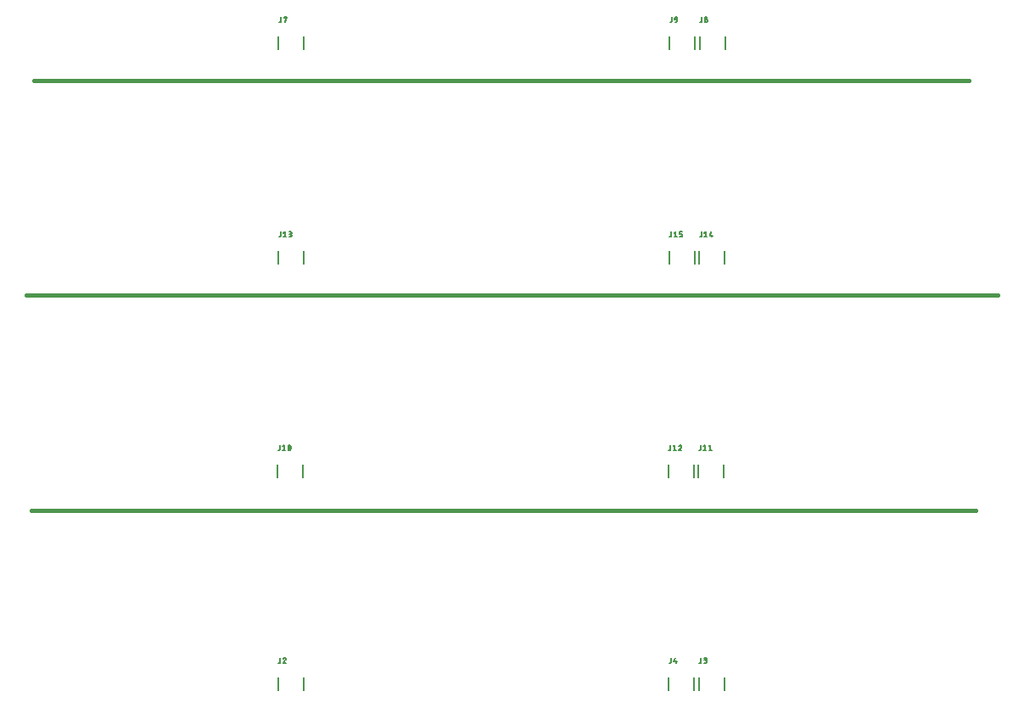
<source format=gbr>
G04 EAGLE Gerber X2 export*
%TF.Part,Single*%
%TF.FileFunction,Legend,Top,1*%
%TF.FilePolarity,Positive*%
%TF.GenerationSoftware,Autodesk,EAGLE,9.2.2*%
%TF.CreationDate,2019-01-20T22:14:07Z*%
G75*
%MOMM*%
%FSLAX34Y34*%
%LPD*%
%INSilkscreen Top*%
%AMOC8*
5,1,8,0,0,1.08239X$1,22.5*%
G01*
%ADD10C,0.406400*%
%ADD11C,0.203200*%
%ADD12C,0.127000*%


D10*
X14090Y792635D02*
X947129Y792635D01*
X975305Y578028D02*
X6262Y578028D01*
X10959Y363421D02*
X953387Y363421D01*
D11*
X257300Y196350D02*
X257300Y183650D01*
X282700Y183650D02*
X282700Y196350D01*
D12*
X259544Y212027D02*
X259544Y215781D01*
X259543Y212027D02*
X259541Y211962D01*
X259535Y211898D01*
X259525Y211834D01*
X259512Y211770D01*
X259494Y211708D01*
X259473Y211647D01*
X259449Y211587D01*
X259420Y211529D01*
X259388Y211472D01*
X259353Y211418D01*
X259315Y211366D01*
X259273Y211316D01*
X259229Y211269D01*
X259182Y211225D01*
X259132Y211183D01*
X259080Y211145D01*
X259026Y211110D01*
X258969Y211078D01*
X258911Y211049D01*
X258851Y211025D01*
X258790Y211004D01*
X258728Y210986D01*
X258664Y210973D01*
X258600Y210963D01*
X258536Y210957D01*
X258471Y210955D01*
X257935Y210955D01*
X263966Y215781D02*
X264034Y215779D01*
X264101Y215773D01*
X264168Y215764D01*
X264235Y215751D01*
X264300Y215734D01*
X264365Y215713D01*
X264428Y215689D01*
X264490Y215661D01*
X264550Y215630D01*
X264608Y215596D01*
X264664Y215558D01*
X264719Y215518D01*
X264770Y215474D01*
X264819Y215427D01*
X264866Y215378D01*
X264910Y215327D01*
X264950Y215272D01*
X264988Y215216D01*
X265022Y215158D01*
X265053Y215098D01*
X265081Y215036D01*
X265105Y214973D01*
X265126Y214908D01*
X265143Y214843D01*
X265156Y214776D01*
X265165Y214709D01*
X265171Y214642D01*
X265173Y214574D01*
X263966Y215781D02*
X263888Y215779D01*
X263810Y215773D01*
X263733Y215763D01*
X263656Y215750D01*
X263580Y215732D01*
X263505Y215711D01*
X263431Y215686D01*
X263359Y215657D01*
X263288Y215625D01*
X263219Y215589D01*
X263151Y215550D01*
X263086Y215507D01*
X263023Y215461D01*
X262962Y215412D01*
X262904Y215360D01*
X262849Y215305D01*
X262796Y215248D01*
X262747Y215188D01*
X262700Y215125D01*
X262657Y215061D01*
X262617Y214994D01*
X262580Y214925D01*
X262547Y214854D01*
X262517Y214782D01*
X262491Y214709D01*
X264771Y213636D02*
X264820Y213685D01*
X264867Y213737D01*
X264910Y213792D01*
X264951Y213849D01*
X264989Y213908D01*
X265023Y213969D01*
X265054Y214032D01*
X265082Y214096D01*
X265106Y214162D01*
X265126Y214228D01*
X265143Y214296D01*
X265156Y214365D01*
X265165Y214434D01*
X265171Y214504D01*
X265173Y214574D01*
X264771Y213636D02*
X262492Y210955D01*
X265173Y210955D01*
D11*
X677300Y196350D02*
X677300Y183650D01*
X702700Y183650D02*
X702700Y196350D01*
D12*
X679544Y212027D02*
X679544Y215781D01*
X679543Y212027D02*
X679541Y211962D01*
X679535Y211898D01*
X679525Y211834D01*
X679512Y211770D01*
X679494Y211708D01*
X679473Y211647D01*
X679449Y211587D01*
X679420Y211529D01*
X679388Y211472D01*
X679353Y211418D01*
X679315Y211366D01*
X679273Y211316D01*
X679229Y211269D01*
X679182Y211225D01*
X679132Y211183D01*
X679080Y211145D01*
X679026Y211110D01*
X678969Y211078D01*
X678911Y211049D01*
X678851Y211025D01*
X678790Y211004D01*
X678728Y210986D01*
X678664Y210973D01*
X678600Y210963D01*
X678536Y210957D01*
X678471Y210955D01*
X677935Y210955D01*
X682492Y210955D02*
X683832Y210955D01*
X683903Y210957D01*
X683975Y210963D01*
X684045Y210972D01*
X684115Y210985D01*
X684185Y211002D01*
X684253Y211023D01*
X684320Y211047D01*
X684386Y211075D01*
X684450Y211106D01*
X684513Y211141D01*
X684573Y211179D01*
X684632Y211220D01*
X684688Y211264D01*
X684742Y211311D01*
X684793Y211360D01*
X684841Y211413D01*
X684887Y211468D01*
X684929Y211525D01*
X684969Y211585D01*
X685005Y211646D01*
X685038Y211710D01*
X685067Y211775D01*
X685093Y211841D01*
X685116Y211909D01*
X685135Y211978D01*
X685150Y212048D01*
X685161Y212118D01*
X685169Y212189D01*
X685173Y212260D01*
X685173Y212332D01*
X685169Y212403D01*
X685161Y212474D01*
X685150Y212544D01*
X685135Y212614D01*
X685116Y212683D01*
X685093Y212751D01*
X685067Y212817D01*
X685038Y212882D01*
X685005Y212946D01*
X684969Y213007D01*
X684929Y213067D01*
X684887Y213124D01*
X684841Y213179D01*
X684793Y213232D01*
X684742Y213281D01*
X684688Y213328D01*
X684632Y213372D01*
X684573Y213413D01*
X684513Y213451D01*
X684450Y213486D01*
X684386Y213517D01*
X684320Y213545D01*
X684253Y213569D01*
X684185Y213590D01*
X684115Y213607D01*
X684045Y213620D01*
X683975Y213629D01*
X683903Y213635D01*
X683832Y213637D01*
X684100Y215781D02*
X682492Y215781D01*
X684100Y215781D02*
X684165Y215779D01*
X684229Y215773D01*
X684293Y215763D01*
X684357Y215750D01*
X684419Y215732D01*
X684480Y215711D01*
X684540Y215687D01*
X684598Y215658D01*
X684655Y215626D01*
X684709Y215591D01*
X684761Y215553D01*
X684811Y215511D01*
X684858Y215467D01*
X684902Y215420D01*
X684944Y215370D01*
X684982Y215318D01*
X685017Y215264D01*
X685049Y215207D01*
X685078Y215149D01*
X685102Y215089D01*
X685123Y215028D01*
X685141Y214966D01*
X685154Y214902D01*
X685164Y214838D01*
X685170Y214774D01*
X685172Y214709D01*
X685170Y214644D01*
X685164Y214580D01*
X685154Y214516D01*
X685141Y214452D01*
X685123Y214390D01*
X685102Y214329D01*
X685078Y214269D01*
X685049Y214211D01*
X685017Y214154D01*
X684982Y214100D01*
X684944Y214048D01*
X684902Y213998D01*
X684858Y213951D01*
X684811Y213907D01*
X684761Y213865D01*
X684709Y213827D01*
X684655Y213792D01*
X684598Y213760D01*
X684540Y213731D01*
X684480Y213707D01*
X684419Y213686D01*
X684357Y213668D01*
X684293Y213655D01*
X684229Y213645D01*
X684165Y213639D01*
X684100Y213637D01*
X684100Y213636D02*
X683028Y213636D01*
D11*
X647300Y196350D02*
X647300Y183650D01*
X672700Y183650D02*
X672700Y196350D01*
D12*
X649544Y212027D02*
X649544Y215781D01*
X649543Y212027D02*
X649541Y211962D01*
X649535Y211898D01*
X649525Y211834D01*
X649512Y211770D01*
X649494Y211708D01*
X649473Y211647D01*
X649449Y211587D01*
X649420Y211529D01*
X649388Y211472D01*
X649353Y211418D01*
X649315Y211366D01*
X649273Y211316D01*
X649229Y211269D01*
X649182Y211225D01*
X649132Y211183D01*
X649080Y211145D01*
X649026Y211110D01*
X648969Y211078D01*
X648911Y211049D01*
X648851Y211025D01*
X648790Y211004D01*
X648728Y210986D01*
X648664Y210973D01*
X648600Y210963D01*
X648536Y210957D01*
X648471Y210955D01*
X647935Y210955D01*
X652492Y212027D02*
X653564Y215781D01*
X652492Y212027D02*
X655173Y212027D01*
X654368Y210955D02*
X654368Y213100D01*
D11*
X257986Y823563D02*
X257986Y836263D01*
X283386Y836263D02*
X283386Y823563D01*
D12*
X260230Y851940D02*
X260230Y855694D01*
X260229Y851940D02*
X260227Y851875D01*
X260221Y851811D01*
X260211Y851747D01*
X260198Y851683D01*
X260180Y851621D01*
X260159Y851560D01*
X260135Y851500D01*
X260106Y851442D01*
X260074Y851385D01*
X260039Y851331D01*
X260001Y851279D01*
X259959Y851229D01*
X259915Y851182D01*
X259868Y851138D01*
X259818Y851096D01*
X259766Y851058D01*
X259712Y851023D01*
X259655Y850991D01*
X259597Y850962D01*
X259537Y850938D01*
X259476Y850917D01*
X259414Y850899D01*
X259350Y850886D01*
X259286Y850876D01*
X259222Y850870D01*
X259157Y850868D01*
X258621Y850868D01*
X263178Y855158D02*
X263178Y855694D01*
X265859Y855694D01*
X264518Y850868D01*
D11*
X677986Y836263D02*
X677986Y823563D01*
X703386Y823563D02*
X703386Y836263D01*
D12*
X680230Y851940D02*
X680230Y855694D01*
X680229Y851940D02*
X680227Y851875D01*
X680221Y851811D01*
X680211Y851747D01*
X680198Y851683D01*
X680180Y851621D01*
X680159Y851560D01*
X680135Y851500D01*
X680106Y851442D01*
X680074Y851385D01*
X680039Y851331D01*
X680001Y851279D01*
X679959Y851229D01*
X679915Y851182D01*
X679868Y851138D01*
X679818Y851096D01*
X679766Y851058D01*
X679712Y851023D01*
X679655Y850991D01*
X679597Y850962D01*
X679537Y850938D01*
X679476Y850917D01*
X679414Y850899D01*
X679350Y850886D01*
X679286Y850876D01*
X679222Y850870D01*
X679157Y850868D01*
X678621Y850868D01*
X683177Y852209D02*
X683179Y852280D01*
X683185Y852352D01*
X683194Y852422D01*
X683207Y852492D01*
X683224Y852562D01*
X683245Y852630D01*
X683269Y852697D01*
X683297Y852763D01*
X683328Y852827D01*
X683363Y852890D01*
X683401Y852950D01*
X683442Y853009D01*
X683486Y853065D01*
X683533Y853119D01*
X683582Y853170D01*
X683635Y853218D01*
X683690Y853264D01*
X683747Y853306D01*
X683807Y853346D01*
X683868Y853382D01*
X683932Y853415D01*
X683997Y853444D01*
X684063Y853470D01*
X684131Y853493D01*
X684200Y853512D01*
X684270Y853527D01*
X684340Y853538D01*
X684411Y853546D01*
X684482Y853550D01*
X684554Y853550D01*
X684625Y853546D01*
X684696Y853538D01*
X684766Y853527D01*
X684836Y853512D01*
X684905Y853493D01*
X684973Y853470D01*
X685039Y853444D01*
X685104Y853415D01*
X685168Y853382D01*
X685229Y853346D01*
X685289Y853306D01*
X685346Y853264D01*
X685401Y853218D01*
X685454Y853170D01*
X685503Y853119D01*
X685550Y853065D01*
X685594Y853009D01*
X685635Y852950D01*
X685673Y852890D01*
X685708Y852827D01*
X685739Y852763D01*
X685767Y852697D01*
X685791Y852630D01*
X685812Y852562D01*
X685829Y852492D01*
X685842Y852422D01*
X685851Y852352D01*
X685857Y852280D01*
X685859Y852209D01*
X685857Y852138D01*
X685851Y852066D01*
X685842Y851996D01*
X685829Y851926D01*
X685812Y851856D01*
X685791Y851788D01*
X685767Y851721D01*
X685739Y851655D01*
X685708Y851591D01*
X685673Y851528D01*
X685635Y851468D01*
X685594Y851409D01*
X685550Y851353D01*
X685503Y851299D01*
X685454Y851248D01*
X685401Y851200D01*
X685346Y851154D01*
X685289Y851112D01*
X685229Y851072D01*
X685168Y851036D01*
X685104Y851003D01*
X685039Y850974D01*
X684973Y850948D01*
X684905Y850925D01*
X684836Y850906D01*
X684766Y850891D01*
X684696Y850880D01*
X684625Y850872D01*
X684554Y850868D01*
X684482Y850868D01*
X684411Y850872D01*
X684340Y850880D01*
X684270Y850891D01*
X684200Y850906D01*
X684131Y850925D01*
X684063Y850948D01*
X683997Y850974D01*
X683932Y851003D01*
X683868Y851036D01*
X683807Y851072D01*
X683747Y851112D01*
X683690Y851154D01*
X683635Y851200D01*
X683582Y851248D01*
X683533Y851299D01*
X683486Y851353D01*
X683442Y851409D01*
X683401Y851468D01*
X683363Y851528D01*
X683328Y851591D01*
X683297Y851655D01*
X683269Y851721D01*
X683245Y851788D01*
X683224Y851856D01*
X683207Y851926D01*
X683194Y851996D01*
X683185Y852066D01*
X683179Y852138D01*
X683177Y852209D01*
X683446Y854622D02*
X683448Y854687D01*
X683454Y854751D01*
X683464Y854815D01*
X683477Y854879D01*
X683495Y854941D01*
X683516Y855002D01*
X683540Y855062D01*
X683569Y855120D01*
X683601Y855177D01*
X683636Y855231D01*
X683674Y855283D01*
X683716Y855333D01*
X683760Y855380D01*
X683807Y855424D01*
X683857Y855466D01*
X683909Y855504D01*
X683963Y855539D01*
X684020Y855571D01*
X684078Y855600D01*
X684138Y855624D01*
X684199Y855645D01*
X684261Y855663D01*
X684325Y855676D01*
X684389Y855686D01*
X684453Y855692D01*
X684518Y855694D01*
X684583Y855692D01*
X684647Y855686D01*
X684711Y855676D01*
X684775Y855663D01*
X684837Y855645D01*
X684898Y855624D01*
X684958Y855600D01*
X685016Y855571D01*
X685073Y855539D01*
X685127Y855504D01*
X685179Y855466D01*
X685229Y855424D01*
X685276Y855380D01*
X685320Y855333D01*
X685362Y855283D01*
X685400Y855231D01*
X685435Y855177D01*
X685467Y855120D01*
X685496Y855062D01*
X685520Y855002D01*
X685541Y854941D01*
X685559Y854879D01*
X685572Y854815D01*
X685582Y854751D01*
X685588Y854687D01*
X685590Y854622D01*
X685588Y854557D01*
X685582Y854493D01*
X685572Y854429D01*
X685559Y854365D01*
X685541Y854303D01*
X685520Y854242D01*
X685496Y854182D01*
X685467Y854124D01*
X685435Y854067D01*
X685400Y854013D01*
X685362Y853961D01*
X685320Y853911D01*
X685276Y853864D01*
X685229Y853820D01*
X685179Y853778D01*
X685127Y853740D01*
X685073Y853705D01*
X685016Y853673D01*
X684958Y853644D01*
X684898Y853620D01*
X684837Y853599D01*
X684775Y853581D01*
X684711Y853568D01*
X684647Y853558D01*
X684583Y853552D01*
X684518Y853550D01*
X684453Y853552D01*
X684389Y853558D01*
X684325Y853568D01*
X684261Y853581D01*
X684199Y853599D01*
X684138Y853620D01*
X684078Y853644D01*
X684020Y853673D01*
X683963Y853705D01*
X683909Y853740D01*
X683857Y853778D01*
X683807Y853820D01*
X683760Y853864D01*
X683716Y853911D01*
X683674Y853961D01*
X683636Y854013D01*
X683601Y854067D01*
X683569Y854124D01*
X683540Y854182D01*
X683516Y854242D01*
X683495Y854303D01*
X683477Y854365D01*
X683464Y854429D01*
X683454Y854493D01*
X683448Y854557D01*
X683446Y854622D01*
D11*
X647986Y836263D02*
X647986Y823563D01*
X673386Y823563D02*
X673386Y836263D01*
D12*
X650230Y851940D02*
X650230Y855694D01*
X650229Y851940D02*
X650227Y851875D01*
X650221Y851811D01*
X650211Y851747D01*
X650198Y851683D01*
X650180Y851621D01*
X650159Y851560D01*
X650135Y851500D01*
X650106Y851442D01*
X650074Y851385D01*
X650039Y851331D01*
X650001Y851279D01*
X649959Y851229D01*
X649915Y851182D01*
X649868Y851138D01*
X649818Y851096D01*
X649766Y851058D01*
X649712Y851023D01*
X649655Y850991D01*
X649597Y850962D01*
X649537Y850938D01*
X649476Y850917D01*
X649414Y850899D01*
X649350Y850886D01*
X649286Y850876D01*
X649222Y850870D01*
X649157Y850868D01*
X648621Y850868D01*
X654250Y853013D02*
X655859Y853013D01*
X654250Y853013D02*
X654185Y853015D01*
X654121Y853021D01*
X654057Y853031D01*
X653993Y853044D01*
X653931Y853062D01*
X653870Y853083D01*
X653810Y853107D01*
X653752Y853136D01*
X653695Y853168D01*
X653641Y853203D01*
X653589Y853241D01*
X653539Y853283D01*
X653492Y853327D01*
X653448Y853374D01*
X653406Y853424D01*
X653368Y853476D01*
X653333Y853530D01*
X653301Y853587D01*
X653272Y853645D01*
X653248Y853705D01*
X653227Y853766D01*
X653209Y853828D01*
X653196Y853892D01*
X653186Y853956D01*
X653180Y854020D01*
X653178Y854085D01*
X653178Y854353D01*
X653177Y854353D02*
X653179Y854424D01*
X653185Y854496D01*
X653194Y854566D01*
X653207Y854636D01*
X653224Y854706D01*
X653245Y854774D01*
X653269Y854841D01*
X653297Y854907D01*
X653328Y854971D01*
X653363Y855034D01*
X653401Y855094D01*
X653442Y855153D01*
X653486Y855209D01*
X653533Y855263D01*
X653582Y855314D01*
X653635Y855362D01*
X653690Y855408D01*
X653747Y855450D01*
X653807Y855490D01*
X653868Y855526D01*
X653932Y855559D01*
X653997Y855588D01*
X654063Y855614D01*
X654131Y855637D01*
X654200Y855656D01*
X654270Y855671D01*
X654340Y855682D01*
X654411Y855690D01*
X654482Y855694D01*
X654554Y855694D01*
X654625Y855690D01*
X654696Y855682D01*
X654766Y855671D01*
X654836Y855656D01*
X654905Y855637D01*
X654973Y855614D01*
X655039Y855588D01*
X655104Y855559D01*
X655168Y855526D01*
X655229Y855490D01*
X655289Y855450D01*
X655346Y855408D01*
X655401Y855362D01*
X655454Y855314D01*
X655503Y855263D01*
X655550Y855209D01*
X655594Y855153D01*
X655635Y855094D01*
X655673Y855034D01*
X655708Y854971D01*
X655739Y854907D01*
X655767Y854841D01*
X655791Y854774D01*
X655812Y854706D01*
X655829Y854636D01*
X655842Y854566D01*
X655851Y854496D01*
X655857Y854424D01*
X655859Y854353D01*
X655859Y853013D01*
X655857Y852922D01*
X655851Y852831D01*
X655842Y852741D01*
X655828Y852650D01*
X655811Y852561D01*
X655790Y852473D01*
X655765Y852385D01*
X655736Y852298D01*
X655704Y852213D01*
X655669Y852129D01*
X655629Y852047D01*
X655587Y851967D01*
X655541Y851888D01*
X655491Y851812D01*
X655439Y851738D01*
X655383Y851665D01*
X655324Y851596D01*
X655263Y851529D01*
X655198Y851464D01*
X655131Y851403D01*
X655062Y851344D01*
X654989Y851288D01*
X654915Y851236D01*
X654839Y851186D01*
X654760Y851140D01*
X654680Y851098D01*
X654598Y851058D01*
X654514Y851023D01*
X654429Y850991D01*
X654342Y850962D01*
X654254Y850937D01*
X654166Y850916D01*
X654077Y850899D01*
X653986Y850885D01*
X653896Y850876D01*
X653805Y850870D01*
X653714Y850868D01*
D11*
X257638Y621869D02*
X257638Y609169D01*
X283038Y609169D02*
X283038Y621869D01*
D12*
X259882Y637547D02*
X259882Y641300D01*
X259882Y637547D02*
X259880Y637482D01*
X259874Y637418D01*
X259864Y637354D01*
X259851Y637290D01*
X259833Y637228D01*
X259812Y637167D01*
X259788Y637107D01*
X259759Y637049D01*
X259727Y636992D01*
X259692Y636938D01*
X259654Y636886D01*
X259612Y636836D01*
X259568Y636789D01*
X259521Y636745D01*
X259471Y636703D01*
X259419Y636665D01*
X259365Y636630D01*
X259308Y636598D01*
X259250Y636569D01*
X259190Y636545D01*
X259129Y636524D01*
X259067Y636506D01*
X259003Y636493D01*
X258939Y636483D01*
X258875Y636477D01*
X258810Y636475D01*
X258810Y636474D02*
X258273Y636474D01*
X262830Y640228D02*
X264171Y641300D01*
X264171Y636474D01*
X265511Y636474D02*
X262830Y636474D01*
X268316Y636474D02*
X269657Y636474D01*
X269728Y636476D01*
X269800Y636482D01*
X269870Y636491D01*
X269940Y636504D01*
X270010Y636521D01*
X270078Y636542D01*
X270145Y636566D01*
X270211Y636594D01*
X270275Y636625D01*
X270338Y636660D01*
X270398Y636698D01*
X270457Y636739D01*
X270513Y636783D01*
X270567Y636830D01*
X270618Y636879D01*
X270666Y636932D01*
X270712Y636987D01*
X270754Y637044D01*
X270794Y637104D01*
X270830Y637165D01*
X270863Y637229D01*
X270892Y637294D01*
X270918Y637360D01*
X270941Y637428D01*
X270960Y637497D01*
X270975Y637567D01*
X270986Y637637D01*
X270994Y637708D01*
X270998Y637779D01*
X270998Y637851D01*
X270994Y637922D01*
X270986Y637993D01*
X270975Y638063D01*
X270960Y638133D01*
X270941Y638202D01*
X270918Y638270D01*
X270892Y638336D01*
X270863Y638401D01*
X270830Y638465D01*
X270794Y638526D01*
X270754Y638586D01*
X270712Y638643D01*
X270666Y638698D01*
X270618Y638751D01*
X270567Y638800D01*
X270513Y638847D01*
X270457Y638891D01*
X270398Y638932D01*
X270338Y638970D01*
X270275Y639005D01*
X270211Y639036D01*
X270145Y639064D01*
X270078Y639088D01*
X270010Y639109D01*
X269940Y639126D01*
X269870Y639139D01*
X269800Y639148D01*
X269728Y639154D01*
X269657Y639156D01*
X269925Y641300D02*
X268316Y641300D01*
X269925Y641300D02*
X269990Y641298D01*
X270054Y641292D01*
X270118Y641282D01*
X270182Y641269D01*
X270244Y641251D01*
X270305Y641230D01*
X270365Y641206D01*
X270423Y641177D01*
X270480Y641145D01*
X270534Y641110D01*
X270586Y641072D01*
X270636Y641030D01*
X270683Y640986D01*
X270727Y640939D01*
X270769Y640889D01*
X270807Y640837D01*
X270842Y640783D01*
X270874Y640726D01*
X270903Y640668D01*
X270927Y640608D01*
X270948Y640547D01*
X270966Y640485D01*
X270979Y640421D01*
X270989Y640357D01*
X270995Y640293D01*
X270997Y640228D01*
X270995Y640163D01*
X270989Y640099D01*
X270979Y640035D01*
X270966Y639971D01*
X270948Y639909D01*
X270927Y639848D01*
X270903Y639788D01*
X270874Y639730D01*
X270842Y639673D01*
X270807Y639619D01*
X270769Y639567D01*
X270727Y639517D01*
X270683Y639470D01*
X270636Y639426D01*
X270586Y639384D01*
X270534Y639346D01*
X270480Y639311D01*
X270423Y639279D01*
X270365Y639250D01*
X270305Y639226D01*
X270244Y639205D01*
X270182Y639187D01*
X270118Y639174D01*
X270054Y639164D01*
X269990Y639158D01*
X269925Y639156D01*
X269925Y639155D02*
X268853Y639155D01*
D11*
X677638Y621869D02*
X677638Y609169D01*
X703038Y609169D02*
X703038Y621869D01*
D12*
X679882Y637547D02*
X679882Y641300D01*
X679882Y637547D02*
X679880Y637482D01*
X679874Y637418D01*
X679864Y637354D01*
X679851Y637290D01*
X679833Y637228D01*
X679812Y637167D01*
X679788Y637107D01*
X679759Y637049D01*
X679727Y636992D01*
X679692Y636938D01*
X679654Y636886D01*
X679612Y636836D01*
X679568Y636789D01*
X679521Y636745D01*
X679471Y636703D01*
X679419Y636665D01*
X679365Y636630D01*
X679308Y636598D01*
X679250Y636569D01*
X679190Y636545D01*
X679129Y636524D01*
X679067Y636506D01*
X679003Y636493D01*
X678939Y636483D01*
X678875Y636477D01*
X678810Y636475D01*
X678810Y636474D02*
X678273Y636474D01*
X682830Y640228D02*
X684171Y641300D01*
X684171Y636474D01*
X685511Y636474D02*
X682830Y636474D01*
X688316Y637547D02*
X689389Y641300D01*
X688316Y637547D02*
X690998Y637547D01*
X690193Y638619D02*
X690193Y636474D01*
D11*
X647638Y621869D02*
X647638Y609169D01*
X673038Y609169D02*
X673038Y621869D01*
D12*
X649882Y637547D02*
X649882Y641300D01*
X649882Y637547D02*
X649880Y637482D01*
X649874Y637418D01*
X649864Y637354D01*
X649851Y637290D01*
X649833Y637228D01*
X649812Y637167D01*
X649788Y637107D01*
X649759Y637049D01*
X649727Y636992D01*
X649692Y636938D01*
X649654Y636886D01*
X649612Y636836D01*
X649568Y636789D01*
X649521Y636745D01*
X649471Y636703D01*
X649419Y636665D01*
X649365Y636630D01*
X649308Y636598D01*
X649250Y636569D01*
X649190Y636545D01*
X649129Y636524D01*
X649067Y636506D01*
X649003Y636493D01*
X648939Y636483D01*
X648875Y636477D01*
X648810Y636475D01*
X648810Y636474D02*
X648273Y636474D01*
X652830Y640228D02*
X654171Y641300D01*
X654171Y636474D01*
X655511Y636474D02*
X652830Y636474D01*
X658316Y636474D02*
X659925Y636474D01*
X659925Y636475D02*
X659990Y636477D01*
X660054Y636483D01*
X660118Y636493D01*
X660182Y636506D01*
X660244Y636524D01*
X660305Y636545D01*
X660365Y636569D01*
X660423Y636598D01*
X660480Y636630D01*
X660534Y636665D01*
X660586Y636703D01*
X660636Y636745D01*
X660683Y636789D01*
X660727Y636836D01*
X660769Y636886D01*
X660807Y636938D01*
X660842Y636992D01*
X660874Y637049D01*
X660903Y637107D01*
X660927Y637167D01*
X660948Y637228D01*
X660966Y637290D01*
X660979Y637354D01*
X660989Y637418D01*
X660995Y637482D01*
X660997Y637547D01*
X660998Y637547D02*
X660998Y638083D01*
X660997Y638083D02*
X660995Y638148D01*
X660989Y638212D01*
X660979Y638276D01*
X660966Y638340D01*
X660948Y638402D01*
X660927Y638463D01*
X660903Y638523D01*
X660874Y638581D01*
X660842Y638638D01*
X660807Y638692D01*
X660769Y638744D01*
X660727Y638794D01*
X660683Y638841D01*
X660636Y638885D01*
X660586Y638927D01*
X660534Y638965D01*
X660480Y639000D01*
X660423Y639032D01*
X660365Y639061D01*
X660305Y639085D01*
X660244Y639106D01*
X660182Y639124D01*
X660118Y639137D01*
X660054Y639147D01*
X659990Y639153D01*
X659925Y639155D01*
X658316Y639155D01*
X658316Y641300D01*
X660998Y641300D01*
D11*
X256683Y408793D02*
X256683Y396093D01*
X282083Y396093D02*
X282083Y408793D01*
D12*
X258926Y424470D02*
X258926Y428224D01*
X258926Y424470D02*
X258924Y424405D01*
X258918Y424341D01*
X258908Y424277D01*
X258895Y424213D01*
X258877Y424151D01*
X258856Y424090D01*
X258832Y424030D01*
X258803Y423972D01*
X258771Y423915D01*
X258736Y423861D01*
X258698Y423809D01*
X258656Y423759D01*
X258612Y423712D01*
X258565Y423668D01*
X258515Y423626D01*
X258463Y423588D01*
X258409Y423553D01*
X258352Y423521D01*
X258294Y423492D01*
X258234Y423468D01*
X258173Y423447D01*
X258111Y423429D01*
X258047Y423416D01*
X257983Y423406D01*
X257919Y423400D01*
X257854Y423398D01*
X257318Y423398D01*
X261874Y427151D02*
X263215Y428224D01*
X263215Y423398D01*
X264555Y423398D02*
X261874Y423398D01*
X267361Y425811D02*
X267363Y425931D01*
X267368Y426051D01*
X267377Y426171D01*
X267390Y426291D01*
X267406Y426410D01*
X267426Y426529D01*
X267450Y426647D01*
X267477Y426764D01*
X267507Y426880D01*
X267541Y426995D01*
X267579Y427110D01*
X267620Y427223D01*
X267664Y427334D01*
X267712Y427445D01*
X267763Y427554D01*
X267784Y427611D01*
X267810Y427667D01*
X267838Y427722D01*
X267870Y427774D01*
X267906Y427825D01*
X267944Y427873D01*
X267985Y427919D01*
X268029Y427962D01*
X268075Y428002D01*
X268124Y428039D01*
X268176Y428073D01*
X268229Y428104D01*
X268284Y428132D01*
X268340Y428156D01*
X268398Y428177D01*
X268457Y428194D01*
X268517Y428207D01*
X268578Y428216D01*
X268640Y428222D01*
X268701Y428224D01*
X268762Y428222D01*
X268824Y428216D01*
X268885Y428207D01*
X268945Y428194D01*
X269004Y428177D01*
X269062Y428156D01*
X269118Y428132D01*
X269173Y428104D01*
X269226Y428073D01*
X269278Y428039D01*
X269327Y428002D01*
X269373Y427962D01*
X269417Y427919D01*
X269458Y427873D01*
X269496Y427825D01*
X269532Y427774D01*
X269564Y427722D01*
X269592Y427667D01*
X269618Y427611D01*
X269639Y427554D01*
X269640Y427554D02*
X269691Y427445D01*
X269739Y427334D01*
X269783Y427223D01*
X269824Y427110D01*
X269862Y426995D01*
X269896Y426880D01*
X269926Y426764D01*
X269953Y426647D01*
X269977Y426529D01*
X269997Y426410D01*
X270013Y426291D01*
X270026Y426171D01*
X270035Y426051D01*
X270040Y425931D01*
X270042Y425811D01*
X267361Y425811D02*
X267363Y425691D01*
X267368Y425571D01*
X267377Y425451D01*
X267390Y425331D01*
X267406Y425212D01*
X267426Y425093D01*
X267450Y424975D01*
X267477Y424858D01*
X267507Y424742D01*
X267541Y424627D01*
X267579Y424512D01*
X267620Y424399D01*
X267664Y424288D01*
X267712Y424177D01*
X267763Y424068D01*
X267784Y424011D01*
X267810Y423955D01*
X267838Y423900D01*
X267870Y423848D01*
X267906Y423797D01*
X267944Y423749D01*
X267985Y423703D01*
X268029Y423660D01*
X268075Y423620D01*
X268124Y423583D01*
X268176Y423549D01*
X268229Y423518D01*
X268284Y423490D01*
X268340Y423466D01*
X268398Y423445D01*
X268457Y423428D01*
X268517Y423415D01*
X268578Y423406D01*
X268640Y423400D01*
X268701Y423398D01*
X269639Y424068D02*
X269690Y424177D01*
X269738Y424288D01*
X269782Y424399D01*
X269823Y424512D01*
X269861Y424627D01*
X269895Y424742D01*
X269925Y424858D01*
X269952Y424975D01*
X269976Y425093D01*
X269996Y425212D01*
X270012Y425331D01*
X270025Y425451D01*
X270034Y425571D01*
X270039Y425691D01*
X270041Y425811D01*
X269639Y424068D02*
X269618Y424011D01*
X269592Y423955D01*
X269564Y423900D01*
X269532Y423848D01*
X269496Y423797D01*
X269458Y423749D01*
X269417Y423703D01*
X269373Y423660D01*
X269326Y423620D01*
X269278Y423583D01*
X269226Y423549D01*
X269173Y423518D01*
X269118Y423490D01*
X269062Y423466D01*
X269004Y423445D01*
X268945Y423428D01*
X268885Y423415D01*
X268824Y423406D01*
X268762Y423400D01*
X268701Y423398D01*
X267629Y424470D02*
X269774Y427151D01*
D11*
X676683Y408793D02*
X676683Y396093D01*
X702083Y396093D02*
X702083Y408793D01*
D12*
X678926Y424470D02*
X678926Y428224D01*
X678926Y424470D02*
X678924Y424405D01*
X678918Y424341D01*
X678908Y424277D01*
X678895Y424213D01*
X678877Y424151D01*
X678856Y424090D01*
X678832Y424030D01*
X678803Y423972D01*
X678771Y423915D01*
X678736Y423861D01*
X678698Y423809D01*
X678656Y423759D01*
X678612Y423712D01*
X678565Y423668D01*
X678515Y423626D01*
X678463Y423588D01*
X678409Y423553D01*
X678352Y423521D01*
X678294Y423492D01*
X678234Y423468D01*
X678173Y423447D01*
X678111Y423429D01*
X678047Y423416D01*
X677983Y423406D01*
X677919Y423400D01*
X677854Y423398D01*
X677318Y423398D01*
X681874Y427151D02*
X683215Y428224D01*
X683215Y423398D01*
X684555Y423398D02*
X681874Y423398D01*
X687361Y427151D02*
X688701Y428224D01*
X688701Y423398D01*
X687361Y423398D02*
X690042Y423398D01*
D11*
X646683Y408793D02*
X646683Y396093D01*
X672083Y396093D02*
X672083Y408793D01*
D12*
X648926Y424470D02*
X648926Y428224D01*
X648926Y424470D02*
X648924Y424405D01*
X648918Y424341D01*
X648908Y424277D01*
X648895Y424213D01*
X648877Y424151D01*
X648856Y424090D01*
X648832Y424030D01*
X648803Y423972D01*
X648771Y423915D01*
X648736Y423861D01*
X648698Y423809D01*
X648656Y423759D01*
X648612Y423712D01*
X648565Y423668D01*
X648515Y423626D01*
X648463Y423588D01*
X648409Y423553D01*
X648352Y423521D01*
X648294Y423492D01*
X648234Y423468D01*
X648173Y423447D01*
X648111Y423429D01*
X648047Y423416D01*
X647983Y423406D01*
X647919Y423400D01*
X647854Y423398D01*
X647318Y423398D01*
X651874Y427151D02*
X653215Y428224D01*
X653215Y423398D01*
X654555Y423398D02*
X651874Y423398D01*
X658835Y428224D02*
X658903Y428222D01*
X658970Y428216D01*
X659037Y428207D01*
X659104Y428194D01*
X659169Y428177D01*
X659234Y428156D01*
X659297Y428132D01*
X659359Y428104D01*
X659419Y428073D01*
X659477Y428039D01*
X659533Y428001D01*
X659588Y427961D01*
X659639Y427917D01*
X659688Y427870D01*
X659735Y427821D01*
X659779Y427770D01*
X659819Y427715D01*
X659857Y427659D01*
X659891Y427601D01*
X659922Y427541D01*
X659950Y427479D01*
X659974Y427416D01*
X659995Y427351D01*
X660012Y427286D01*
X660025Y427219D01*
X660034Y427152D01*
X660040Y427085D01*
X660042Y427017D01*
X658835Y428224D02*
X658757Y428222D01*
X658679Y428216D01*
X658602Y428206D01*
X658525Y428193D01*
X658449Y428175D01*
X658374Y428154D01*
X658300Y428129D01*
X658228Y428100D01*
X658157Y428068D01*
X658088Y428032D01*
X658020Y427993D01*
X657955Y427950D01*
X657892Y427904D01*
X657831Y427855D01*
X657773Y427803D01*
X657718Y427748D01*
X657665Y427691D01*
X657616Y427631D01*
X657569Y427568D01*
X657526Y427504D01*
X657486Y427437D01*
X657449Y427368D01*
X657416Y427297D01*
X657386Y427225D01*
X657360Y427152D01*
X659640Y426079D02*
X659689Y426128D01*
X659736Y426180D01*
X659779Y426235D01*
X659820Y426292D01*
X659858Y426351D01*
X659892Y426412D01*
X659923Y426475D01*
X659951Y426539D01*
X659975Y426605D01*
X659995Y426671D01*
X660012Y426739D01*
X660025Y426808D01*
X660034Y426877D01*
X660040Y426947D01*
X660042Y427017D01*
X659639Y426079D02*
X657361Y423398D01*
X660042Y423398D01*
M02*

</source>
